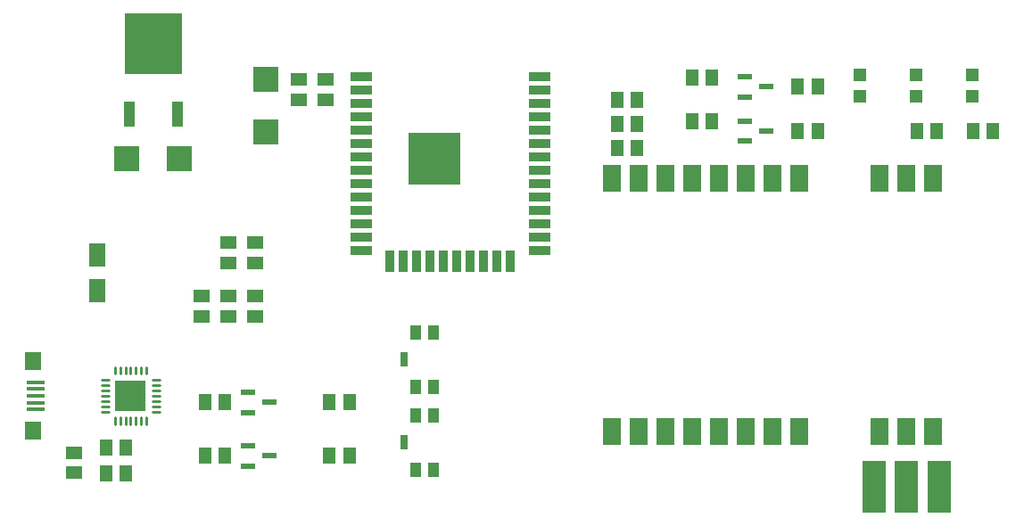
<source format=gbr>
G04 EAGLE Gerber RS-274X export*
G75*
%MOMM*%
%FSLAX34Y34*%
%LPD*%
%INSolderpaste Top*%
%IPPOS*%
%AMOC8*
5,1,8,0,0,1.08239X$1,22.5*%
G01*
%ADD10R,1.500000X1.300000*%
%ADD11R,2.400000X2.400000*%
%ADD12R,1.300000X1.500000*%
%ADD13R,1.565300X2.255800*%
%ADD14R,1.750000X0.400000*%
%ADD15R,1.600000X1.800000*%
%ADD16R,1.200000X1.200000*%
%ADD17R,1.322400X0.609200*%
%ADD18R,2.000000X0.900000*%
%ADD19R,0.900000X2.000000*%
%ADD20R,5.000000X5.000000*%
%ADD21R,1.700000X2.500000*%
%ADD22C,0.270000*%
%ADD23R,3.000000X3.000000*%
%ADD24R,0.983000X2.402400*%
%ADD25R,5.489100X5.863300*%
%ADD26R,2.200000X5.000000*%
%ADD27R,1.000000X1.450000*%
%ADD28R,0.650000X1.400000*%


D10*
X293370Y393090D03*
X293370Y412090D03*
D11*
X179940Y336550D03*
X129940Y336550D03*
D10*
X318770Y393090D03*
X318770Y412090D03*
X80010Y57760D03*
X80010Y38760D03*
D12*
X109880Y62230D03*
X128880Y62230D03*
X109880Y38100D03*
X128880Y38100D03*
X614020Y392430D03*
X595020Y392430D03*
X614020Y369570D03*
X595020Y369570D03*
X614020Y346710D03*
X595020Y346710D03*
D11*
X261620Y412350D03*
X261620Y362350D03*
D13*
X101600Y245369D03*
X101600Y211831D03*
D14*
X43500Y124760D03*
X43500Y118260D03*
X43500Y111760D03*
X43500Y105260D03*
X43500Y98760D03*
D15*
X40500Y144760D03*
X40500Y78760D03*
D16*
X932180Y395900D03*
X932180Y416900D03*
X878840Y395900D03*
X878840Y416900D03*
X825500Y395900D03*
X825500Y416900D03*
D17*
X245125Y114910D03*
X245125Y95910D03*
X265415Y105410D03*
X245125Y64110D03*
X245125Y45110D03*
X265415Y54610D03*
X716295Y372720D03*
X716295Y353720D03*
X736585Y363220D03*
X716295Y414630D03*
X716295Y395630D03*
X736585Y405130D03*
D10*
X226060Y187350D03*
X226060Y206350D03*
D12*
X766470Y405130D03*
X785470Y405130D03*
X685140Y414020D03*
X666140Y414020D03*
X685140Y372110D03*
X666140Y372110D03*
X766470Y363220D03*
X785470Y363220D03*
D10*
X226060Y257150D03*
X226060Y238150D03*
X251460Y257150D03*
X251460Y238150D03*
D12*
X340970Y54610D03*
X321970Y54610D03*
D10*
X251460Y206350D03*
X251460Y187350D03*
D12*
X321970Y105410D03*
X340970Y105410D03*
X951840Y363220D03*
X932840Y363220D03*
X898500Y363220D03*
X879500Y363220D03*
D10*
X200660Y206350D03*
X200660Y187350D03*
D12*
X203860Y105410D03*
X222860Y105410D03*
X203860Y54610D03*
X222860Y54610D03*
D18*
X351880Y414550D03*
X351880Y401850D03*
X351880Y389150D03*
X351880Y376450D03*
X351880Y363750D03*
X351880Y351050D03*
X351880Y338350D03*
X351880Y325650D03*
X351880Y312950D03*
X351880Y300250D03*
X351880Y287550D03*
X351880Y274850D03*
X351880Y262150D03*
X351880Y249450D03*
D19*
X379730Y239450D03*
X392430Y239450D03*
X405130Y239450D03*
X417830Y239450D03*
X430530Y239450D03*
X443230Y239450D03*
X455930Y239450D03*
X468630Y239450D03*
X481330Y239450D03*
X494030Y239450D03*
D18*
X521880Y249450D03*
X521880Y262150D03*
X521880Y274850D03*
X521880Y287550D03*
X521880Y300250D03*
X521880Y312950D03*
X521880Y325650D03*
X521880Y338350D03*
X521880Y351050D03*
X521880Y363750D03*
X521880Y376450D03*
X521880Y389150D03*
X521880Y401850D03*
X521880Y414550D03*
D20*
X421880Y336950D03*
D21*
X894820Y318120D03*
X869420Y318120D03*
X844020Y318120D03*
X768020Y318120D03*
X742620Y318120D03*
X717220Y318120D03*
X691820Y318120D03*
X666420Y318120D03*
X641020Y318120D03*
X615620Y318120D03*
X590220Y318120D03*
X590220Y78120D03*
X615620Y78120D03*
X641020Y78120D03*
X666420Y78120D03*
X691820Y78120D03*
X717220Y78120D03*
X742620Y78120D03*
X768020Y78120D03*
X844020Y78120D03*
X869420Y78120D03*
X894820Y78120D03*
D22*
X112633Y126760D02*
X106141Y126760D01*
X106141Y121760D02*
X112633Y121760D01*
X112633Y116760D02*
X106141Y116760D01*
X106141Y111760D02*
X112633Y111760D01*
X112633Y106760D02*
X106141Y106760D01*
X106141Y101760D02*
X112633Y101760D01*
X112633Y96760D02*
X106141Y96760D01*
X118350Y91043D02*
X118350Y84551D01*
X123350Y84551D02*
X123350Y91043D01*
X128350Y91043D02*
X128350Y84551D01*
X133350Y84551D02*
X133350Y91043D01*
X138350Y91043D02*
X138350Y84551D01*
X143350Y84551D02*
X143350Y91043D01*
X148350Y91043D02*
X148350Y84551D01*
X154067Y96760D02*
X160559Y96760D01*
X160559Y101760D02*
X154067Y101760D01*
X154067Y106760D02*
X160559Y106760D01*
X160559Y111760D02*
X154067Y111760D01*
X154067Y116760D02*
X160559Y116760D01*
X160559Y121760D02*
X154067Y121760D01*
X154067Y126760D02*
X160559Y126760D01*
X148350Y132477D02*
X148350Y138969D01*
X143350Y138969D02*
X143350Y132477D01*
X138350Y132477D02*
X138350Y138969D01*
X133350Y138969D02*
X133350Y132477D01*
X128350Y132477D02*
X128350Y138969D01*
X123350Y138969D02*
X123350Y132477D01*
X118350Y132477D02*
X118350Y138969D01*
D23*
X133350Y111760D03*
D24*
X132140Y379610D03*
X177740Y379610D03*
D25*
X154940Y446365D03*
D26*
X869950Y25000D03*
X838754Y25654D03*
X901146Y25654D03*
D27*
X404250Y93310D03*
X421250Y93310D03*
X404250Y41310D03*
X421250Y41310D03*
D28*
X392750Y67310D03*
D27*
X404250Y172050D03*
X421250Y172050D03*
X404250Y120050D03*
X421250Y120050D03*
D28*
X392750Y146050D03*
M02*

</source>
